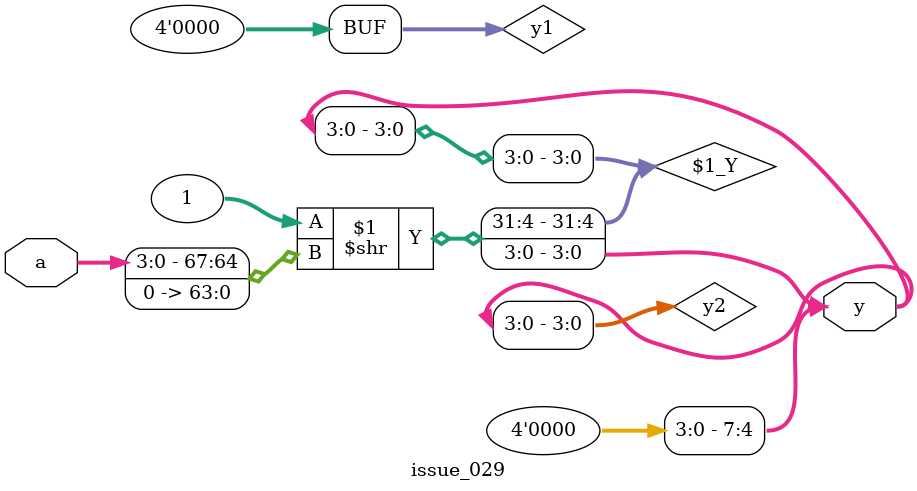
<source format=v>
module issue_029(a, y);
  input [3:0] a;
  output [7:0] y;
  wire [3:0] y1;
  wire [3:0] y2;

  assign y1 = 4'b1 << 33'h100000000;
  assign y2 = 1 >> {a, 64'b0};
  assign y = { y1, y2 };
endmodule

</source>
